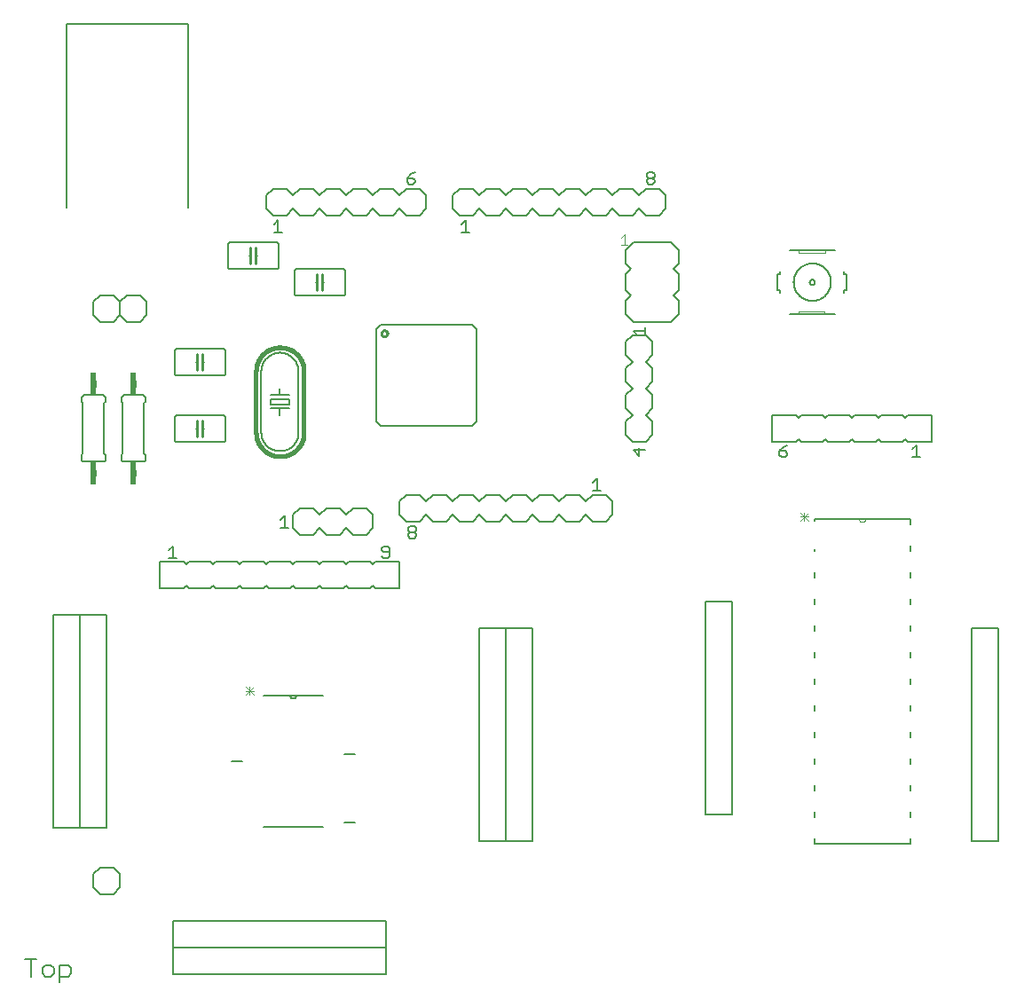
<source format=gto>
G75*
%MOIN*%
%OFA0B0*%
%FSLAX25Y25*%
%IPPOS*%
%LPD*%
%AMOC8*
5,1,8,0,0,1.08239X$1,22.5*
%
%ADD10C,0.00600*%
%ADD11C,0.00500*%
%ADD12C,0.01000*%
%ADD13C,0.00300*%
%ADD14C,0.01600*%
%ADD15C,0.02400*%
%ADD16R,0.02400X0.03400*%
%ADD17C,0.00200*%
%ADD18C,0.00800*%
%ADD19C,0.00000*%
D10*
X0013235Y0010900D02*
X0013235Y0017305D01*
X0011100Y0017305D02*
X0015370Y0017305D01*
X0017545Y0014103D02*
X0017545Y0011968D01*
X0018613Y0010900D01*
X0020748Y0010900D01*
X0021816Y0011968D01*
X0021816Y0014103D01*
X0020748Y0015170D01*
X0018613Y0015170D01*
X0017545Y0014103D01*
X0023991Y0015170D02*
X0023991Y0008765D01*
X0023991Y0010900D02*
X0027194Y0010900D01*
X0028261Y0011968D01*
X0028261Y0014103D01*
X0027194Y0015170D01*
X0023991Y0015170D01*
X0039300Y0041800D02*
X0044300Y0041800D01*
X0046800Y0044300D01*
X0046800Y0049300D01*
X0044300Y0051800D01*
X0039300Y0051800D01*
X0036800Y0049300D01*
X0036800Y0044300D01*
X0039300Y0041800D01*
X0088600Y0091700D02*
X0092600Y0091700D01*
X0100600Y0067000D02*
X0123000Y0067000D01*
X0131000Y0068800D02*
X0135000Y0068800D01*
X0134900Y0094400D02*
X0130900Y0094400D01*
X0123000Y0116600D02*
X0113000Y0116600D01*
X0110600Y0116600D01*
X0100600Y0116600D01*
X0110600Y0116600D02*
X0110602Y0116531D01*
X0110608Y0116463D01*
X0110618Y0116395D01*
X0110631Y0116328D01*
X0110649Y0116262D01*
X0110670Y0116197D01*
X0110695Y0116133D01*
X0110723Y0116071D01*
X0110755Y0116010D01*
X0110790Y0115951D01*
X0110829Y0115895D01*
X0110871Y0115840D01*
X0110916Y0115789D01*
X0110964Y0115739D01*
X0111014Y0115693D01*
X0111067Y0115650D01*
X0111123Y0115609D01*
X0111180Y0115572D01*
X0111240Y0115539D01*
X0111302Y0115508D01*
X0111365Y0115482D01*
X0111429Y0115459D01*
X0111495Y0115439D01*
X0111562Y0115424D01*
X0111629Y0115412D01*
X0111697Y0115404D01*
X0111766Y0115400D01*
X0111834Y0115400D01*
X0111903Y0115404D01*
X0111971Y0115412D01*
X0112038Y0115424D01*
X0112105Y0115439D01*
X0112171Y0115459D01*
X0112235Y0115482D01*
X0112298Y0115508D01*
X0112360Y0115539D01*
X0112420Y0115572D01*
X0112477Y0115609D01*
X0112533Y0115650D01*
X0112586Y0115693D01*
X0112636Y0115739D01*
X0112684Y0115789D01*
X0112729Y0115840D01*
X0112771Y0115895D01*
X0112810Y0115951D01*
X0112845Y0116010D01*
X0112877Y0116071D01*
X0112905Y0116133D01*
X0112930Y0116197D01*
X0112951Y0116262D01*
X0112969Y0116328D01*
X0112982Y0116395D01*
X0112992Y0116463D01*
X0112998Y0116531D01*
X0113000Y0116600D01*
X0112800Y0156800D02*
X0120800Y0156800D01*
X0121800Y0157800D01*
X0122800Y0156800D01*
X0130800Y0156800D01*
X0131800Y0157800D01*
X0132800Y0156800D01*
X0140800Y0156800D01*
X0141800Y0157800D01*
X0142800Y0156800D01*
X0151800Y0156800D01*
X0151800Y0166800D01*
X0142800Y0166800D01*
X0141800Y0165800D01*
X0140800Y0166800D01*
X0132800Y0166800D01*
X0131800Y0165800D01*
X0130800Y0166800D01*
X0122800Y0166800D01*
X0121800Y0165800D01*
X0120800Y0166800D01*
X0112800Y0166800D01*
X0111800Y0165800D01*
X0110800Y0166800D01*
X0102800Y0166800D01*
X0101800Y0165800D01*
X0100800Y0166800D01*
X0092800Y0166800D01*
X0091800Y0165800D01*
X0090800Y0166800D01*
X0082800Y0166800D01*
X0081800Y0165800D01*
X0080800Y0166800D01*
X0072800Y0166800D01*
X0071800Y0165800D01*
X0070800Y0166800D01*
X0061800Y0166800D01*
X0061800Y0156800D01*
X0070800Y0156800D01*
X0071800Y0157800D01*
X0072800Y0156800D01*
X0080800Y0156800D01*
X0081800Y0157800D01*
X0082800Y0156800D01*
X0090800Y0156800D01*
X0091800Y0157800D01*
X0092800Y0156800D01*
X0100800Y0156800D01*
X0101800Y0157800D01*
X0102800Y0156800D01*
X0110800Y0156800D01*
X0111800Y0157800D01*
X0112800Y0156800D01*
X0114300Y0176800D02*
X0119300Y0176800D01*
X0121800Y0179300D01*
X0124300Y0176800D01*
X0129300Y0176800D01*
X0131800Y0179300D01*
X0134300Y0176800D01*
X0139300Y0176800D01*
X0141800Y0179300D01*
X0141800Y0184300D01*
X0139300Y0186800D01*
X0134300Y0186800D01*
X0131800Y0184300D01*
X0129300Y0186800D01*
X0124300Y0186800D01*
X0121800Y0184300D01*
X0119300Y0186800D01*
X0114300Y0186800D01*
X0111800Y0184300D01*
X0111800Y0179300D01*
X0114300Y0176800D01*
X0151800Y0184300D02*
X0151800Y0189300D01*
X0154300Y0191800D01*
X0159300Y0191800D01*
X0161800Y0189300D01*
X0164300Y0191800D01*
X0169300Y0191800D01*
X0171800Y0189300D01*
X0174300Y0191800D01*
X0179300Y0191800D01*
X0181800Y0189300D01*
X0184300Y0191800D01*
X0189300Y0191800D01*
X0191800Y0189300D01*
X0194300Y0191800D01*
X0199300Y0191800D01*
X0201800Y0189300D01*
X0204300Y0191800D01*
X0209300Y0191800D01*
X0211800Y0189300D01*
X0214300Y0191800D01*
X0219300Y0191800D01*
X0221800Y0189300D01*
X0224300Y0191800D01*
X0229300Y0191800D01*
X0231800Y0189300D01*
X0231800Y0184300D01*
X0229300Y0181800D01*
X0224300Y0181800D01*
X0221800Y0184300D01*
X0219300Y0181800D01*
X0214300Y0181800D01*
X0211800Y0184300D01*
X0209300Y0181800D01*
X0204300Y0181800D01*
X0201800Y0184300D01*
X0199300Y0181800D01*
X0194300Y0181800D01*
X0191800Y0184300D01*
X0189300Y0181800D01*
X0184300Y0181800D01*
X0181800Y0184300D01*
X0179300Y0181800D01*
X0174300Y0181800D01*
X0171800Y0184300D01*
X0169300Y0181800D01*
X0164300Y0181800D01*
X0161800Y0184300D01*
X0159300Y0181800D01*
X0154300Y0181800D01*
X0151800Y0184300D01*
X0113800Y0215300D02*
X0113800Y0238300D01*
X0113798Y0238470D01*
X0113792Y0238641D01*
X0113781Y0238811D01*
X0113767Y0238981D01*
X0113748Y0239150D01*
X0113725Y0239319D01*
X0113699Y0239488D01*
X0113668Y0239655D01*
X0113633Y0239822D01*
X0113593Y0239988D01*
X0113550Y0240153D01*
X0113503Y0240317D01*
X0113452Y0240479D01*
X0113397Y0240641D01*
X0113338Y0240801D01*
X0113275Y0240959D01*
X0113209Y0241116D01*
X0113138Y0241271D01*
X0113064Y0241425D01*
X0112986Y0241576D01*
X0112904Y0241726D01*
X0112819Y0241874D01*
X0112730Y0242019D01*
X0112638Y0242162D01*
X0112542Y0242303D01*
X0112443Y0242442D01*
X0112340Y0242578D01*
X0112235Y0242712D01*
X0112126Y0242843D01*
X0112013Y0242971D01*
X0111898Y0243097D01*
X0111780Y0243220D01*
X0111659Y0243339D01*
X0111534Y0243456D01*
X0111407Y0243570D01*
X0111278Y0243681D01*
X0111145Y0243788D01*
X0111010Y0243892D01*
X0110873Y0243993D01*
X0110733Y0244091D01*
X0110591Y0244185D01*
X0110447Y0244275D01*
X0110300Y0244362D01*
X0110151Y0244446D01*
X0110001Y0244525D01*
X0109848Y0244601D01*
X0109694Y0244674D01*
X0109538Y0244742D01*
X0109380Y0244807D01*
X0109221Y0244868D01*
X0109060Y0244925D01*
X0108898Y0244978D01*
X0108735Y0245027D01*
X0108571Y0245072D01*
X0108405Y0245113D01*
X0108239Y0245151D01*
X0108071Y0245184D01*
X0107903Y0245212D01*
X0107735Y0245237D01*
X0107566Y0245258D01*
X0107396Y0245275D01*
X0107226Y0245287D01*
X0107056Y0245295D01*
X0106885Y0245299D01*
X0106715Y0245299D01*
X0106544Y0245295D01*
X0106374Y0245287D01*
X0106204Y0245275D01*
X0106034Y0245258D01*
X0105865Y0245237D01*
X0105697Y0245212D01*
X0105529Y0245184D01*
X0105361Y0245151D01*
X0105195Y0245113D01*
X0105029Y0245072D01*
X0104865Y0245027D01*
X0104702Y0244978D01*
X0104540Y0244925D01*
X0104379Y0244868D01*
X0104220Y0244807D01*
X0104062Y0244742D01*
X0103906Y0244674D01*
X0103752Y0244601D01*
X0103599Y0244525D01*
X0103449Y0244446D01*
X0103300Y0244362D01*
X0103153Y0244275D01*
X0103009Y0244185D01*
X0102867Y0244091D01*
X0102727Y0243993D01*
X0102590Y0243892D01*
X0102455Y0243788D01*
X0102322Y0243681D01*
X0102193Y0243570D01*
X0102066Y0243456D01*
X0101941Y0243339D01*
X0101820Y0243220D01*
X0101702Y0243097D01*
X0101587Y0242971D01*
X0101474Y0242843D01*
X0101365Y0242712D01*
X0101260Y0242578D01*
X0101157Y0242442D01*
X0101058Y0242303D01*
X0100962Y0242162D01*
X0100870Y0242019D01*
X0100781Y0241874D01*
X0100696Y0241726D01*
X0100614Y0241576D01*
X0100536Y0241425D01*
X0100462Y0241271D01*
X0100391Y0241116D01*
X0100325Y0240959D01*
X0100262Y0240801D01*
X0100203Y0240641D01*
X0100148Y0240479D01*
X0100097Y0240317D01*
X0100050Y0240153D01*
X0100007Y0239988D01*
X0099967Y0239822D01*
X0099932Y0239655D01*
X0099901Y0239488D01*
X0099875Y0239319D01*
X0099852Y0239150D01*
X0099833Y0238981D01*
X0099819Y0238811D01*
X0099808Y0238641D01*
X0099802Y0238470D01*
X0099800Y0238300D01*
X0099800Y0215300D01*
X0099802Y0215130D01*
X0099808Y0214959D01*
X0099819Y0214789D01*
X0099833Y0214619D01*
X0099852Y0214450D01*
X0099875Y0214281D01*
X0099901Y0214112D01*
X0099932Y0213945D01*
X0099967Y0213778D01*
X0100007Y0213612D01*
X0100050Y0213447D01*
X0100097Y0213283D01*
X0100148Y0213121D01*
X0100203Y0212959D01*
X0100262Y0212799D01*
X0100325Y0212641D01*
X0100391Y0212484D01*
X0100462Y0212329D01*
X0100536Y0212175D01*
X0100614Y0212024D01*
X0100696Y0211874D01*
X0100781Y0211726D01*
X0100870Y0211581D01*
X0100962Y0211438D01*
X0101058Y0211297D01*
X0101157Y0211158D01*
X0101260Y0211022D01*
X0101365Y0210888D01*
X0101474Y0210757D01*
X0101587Y0210629D01*
X0101702Y0210503D01*
X0101820Y0210380D01*
X0101941Y0210261D01*
X0102066Y0210144D01*
X0102193Y0210030D01*
X0102322Y0209919D01*
X0102455Y0209812D01*
X0102590Y0209708D01*
X0102727Y0209607D01*
X0102867Y0209509D01*
X0103009Y0209415D01*
X0103153Y0209325D01*
X0103300Y0209238D01*
X0103449Y0209154D01*
X0103599Y0209075D01*
X0103752Y0208999D01*
X0103906Y0208926D01*
X0104062Y0208858D01*
X0104220Y0208793D01*
X0104379Y0208732D01*
X0104540Y0208675D01*
X0104702Y0208622D01*
X0104865Y0208573D01*
X0105029Y0208528D01*
X0105195Y0208487D01*
X0105361Y0208449D01*
X0105529Y0208416D01*
X0105697Y0208388D01*
X0105865Y0208363D01*
X0106034Y0208342D01*
X0106204Y0208325D01*
X0106374Y0208313D01*
X0106544Y0208305D01*
X0106715Y0208301D01*
X0106885Y0208301D01*
X0107056Y0208305D01*
X0107226Y0208313D01*
X0107396Y0208325D01*
X0107566Y0208342D01*
X0107735Y0208363D01*
X0107903Y0208388D01*
X0108071Y0208416D01*
X0108239Y0208449D01*
X0108405Y0208487D01*
X0108571Y0208528D01*
X0108735Y0208573D01*
X0108898Y0208622D01*
X0109060Y0208675D01*
X0109221Y0208732D01*
X0109380Y0208793D01*
X0109538Y0208858D01*
X0109694Y0208926D01*
X0109848Y0208999D01*
X0110001Y0209075D01*
X0110151Y0209154D01*
X0110300Y0209238D01*
X0110447Y0209325D01*
X0110591Y0209415D01*
X0110733Y0209509D01*
X0110873Y0209607D01*
X0111010Y0209708D01*
X0111145Y0209812D01*
X0111278Y0209919D01*
X0111407Y0210030D01*
X0111534Y0210144D01*
X0111659Y0210261D01*
X0111780Y0210380D01*
X0111898Y0210503D01*
X0112013Y0210629D01*
X0112126Y0210757D01*
X0112235Y0210888D01*
X0112340Y0211022D01*
X0112443Y0211158D01*
X0112542Y0211297D01*
X0112638Y0211438D01*
X0112730Y0211581D01*
X0112819Y0211726D01*
X0112904Y0211874D01*
X0112986Y0212024D01*
X0113064Y0212175D01*
X0113138Y0212329D01*
X0113209Y0212484D01*
X0113275Y0212641D01*
X0113338Y0212799D01*
X0113397Y0212959D01*
X0113452Y0213121D01*
X0113503Y0213283D01*
X0113550Y0213447D01*
X0113593Y0213612D01*
X0113633Y0213778D01*
X0113668Y0213945D01*
X0113699Y0214112D01*
X0113725Y0214281D01*
X0113748Y0214450D01*
X0113767Y0214619D01*
X0113781Y0214789D01*
X0113792Y0214959D01*
X0113798Y0215130D01*
X0113800Y0215300D01*
X0106800Y0221800D02*
X0106800Y0224300D01*
X0110300Y0224300D01*
X0110300Y0225800D02*
X0103300Y0225800D01*
X0103300Y0227800D01*
X0110300Y0227800D01*
X0110300Y0225800D01*
X0110300Y0229300D02*
X0106800Y0229300D01*
X0106800Y0231800D01*
X0106800Y0229300D02*
X0103300Y0229300D01*
X0103300Y0224300D02*
X0106800Y0224300D01*
X0086300Y0220800D02*
X0086300Y0212800D01*
X0086298Y0212740D01*
X0086293Y0212679D01*
X0086284Y0212620D01*
X0086271Y0212561D01*
X0086255Y0212502D01*
X0086235Y0212445D01*
X0086212Y0212390D01*
X0086185Y0212335D01*
X0086156Y0212283D01*
X0086123Y0212232D01*
X0086087Y0212183D01*
X0086049Y0212137D01*
X0086007Y0212093D01*
X0085963Y0212051D01*
X0085917Y0212013D01*
X0085868Y0211977D01*
X0085817Y0211944D01*
X0085765Y0211915D01*
X0085710Y0211888D01*
X0085655Y0211865D01*
X0085598Y0211845D01*
X0085539Y0211829D01*
X0085480Y0211816D01*
X0085421Y0211807D01*
X0085360Y0211802D01*
X0085300Y0211800D01*
X0068300Y0211800D01*
X0068240Y0211802D01*
X0068179Y0211807D01*
X0068120Y0211816D01*
X0068061Y0211829D01*
X0068002Y0211845D01*
X0067945Y0211865D01*
X0067890Y0211888D01*
X0067835Y0211915D01*
X0067783Y0211944D01*
X0067732Y0211977D01*
X0067683Y0212013D01*
X0067637Y0212051D01*
X0067593Y0212093D01*
X0067551Y0212137D01*
X0067513Y0212183D01*
X0067477Y0212232D01*
X0067444Y0212283D01*
X0067415Y0212335D01*
X0067388Y0212390D01*
X0067365Y0212445D01*
X0067345Y0212502D01*
X0067329Y0212561D01*
X0067316Y0212620D01*
X0067307Y0212679D01*
X0067302Y0212740D01*
X0067300Y0212800D01*
X0067300Y0220800D01*
X0067302Y0220860D01*
X0067307Y0220921D01*
X0067316Y0220980D01*
X0067329Y0221039D01*
X0067345Y0221098D01*
X0067365Y0221155D01*
X0067388Y0221210D01*
X0067415Y0221265D01*
X0067444Y0221317D01*
X0067477Y0221368D01*
X0067513Y0221417D01*
X0067551Y0221463D01*
X0067593Y0221507D01*
X0067637Y0221549D01*
X0067683Y0221587D01*
X0067732Y0221623D01*
X0067783Y0221656D01*
X0067835Y0221685D01*
X0067890Y0221712D01*
X0067945Y0221735D01*
X0068002Y0221755D01*
X0068061Y0221771D01*
X0068120Y0221784D01*
X0068179Y0221793D01*
X0068240Y0221798D01*
X0068300Y0221800D01*
X0085300Y0221800D01*
X0085360Y0221798D01*
X0085421Y0221793D01*
X0085480Y0221784D01*
X0085539Y0221771D01*
X0085598Y0221755D01*
X0085655Y0221735D01*
X0085710Y0221712D01*
X0085765Y0221685D01*
X0085817Y0221656D01*
X0085868Y0221623D01*
X0085917Y0221587D01*
X0085963Y0221549D01*
X0086007Y0221507D01*
X0086049Y0221463D01*
X0086087Y0221417D01*
X0086123Y0221368D01*
X0086156Y0221317D01*
X0086185Y0221265D01*
X0086212Y0221210D01*
X0086235Y0221155D01*
X0086255Y0221098D01*
X0086271Y0221039D01*
X0086284Y0220980D01*
X0086293Y0220921D01*
X0086298Y0220860D01*
X0086300Y0220800D01*
X0078300Y0216800D02*
X0077800Y0216800D01*
X0075800Y0216800D02*
X0075300Y0216800D01*
X0056300Y0206800D02*
X0056300Y0205300D01*
X0056298Y0205240D01*
X0056293Y0205179D01*
X0056284Y0205120D01*
X0056271Y0205061D01*
X0056255Y0205002D01*
X0056235Y0204945D01*
X0056212Y0204890D01*
X0056185Y0204835D01*
X0056156Y0204783D01*
X0056123Y0204732D01*
X0056087Y0204683D01*
X0056049Y0204637D01*
X0056007Y0204593D01*
X0055963Y0204551D01*
X0055917Y0204513D01*
X0055868Y0204477D01*
X0055817Y0204444D01*
X0055765Y0204415D01*
X0055710Y0204388D01*
X0055655Y0204365D01*
X0055598Y0204345D01*
X0055539Y0204329D01*
X0055480Y0204316D01*
X0055421Y0204307D01*
X0055360Y0204302D01*
X0055300Y0204300D01*
X0048300Y0204300D01*
X0048240Y0204302D01*
X0048179Y0204307D01*
X0048120Y0204316D01*
X0048061Y0204329D01*
X0048002Y0204345D01*
X0047945Y0204365D01*
X0047890Y0204388D01*
X0047835Y0204415D01*
X0047783Y0204444D01*
X0047732Y0204477D01*
X0047683Y0204513D01*
X0047637Y0204551D01*
X0047593Y0204593D01*
X0047551Y0204637D01*
X0047513Y0204683D01*
X0047477Y0204732D01*
X0047444Y0204783D01*
X0047415Y0204835D01*
X0047388Y0204890D01*
X0047365Y0204945D01*
X0047345Y0205002D01*
X0047329Y0205061D01*
X0047316Y0205120D01*
X0047307Y0205179D01*
X0047302Y0205240D01*
X0047300Y0205300D01*
X0047300Y0206800D01*
X0047800Y0207300D01*
X0047800Y0226300D01*
X0047300Y0226800D01*
X0047300Y0228300D01*
X0047302Y0228360D01*
X0047307Y0228421D01*
X0047316Y0228480D01*
X0047329Y0228539D01*
X0047345Y0228598D01*
X0047365Y0228655D01*
X0047388Y0228710D01*
X0047415Y0228765D01*
X0047444Y0228817D01*
X0047477Y0228868D01*
X0047513Y0228917D01*
X0047551Y0228963D01*
X0047593Y0229007D01*
X0047637Y0229049D01*
X0047683Y0229087D01*
X0047732Y0229123D01*
X0047783Y0229156D01*
X0047835Y0229185D01*
X0047890Y0229212D01*
X0047945Y0229235D01*
X0048002Y0229255D01*
X0048061Y0229271D01*
X0048120Y0229284D01*
X0048179Y0229293D01*
X0048240Y0229298D01*
X0048300Y0229300D01*
X0055300Y0229300D01*
X0055360Y0229298D01*
X0055421Y0229293D01*
X0055480Y0229284D01*
X0055539Y0229271D01*
X0055598Y0229255D01*
X0055655Y0229235D01*
X0055710Y0229212D01*
X0055765Y0229185D01*
X0055817Y0229156D01*
X0055868Y0229123D01*
X0055917Y0229087D01*
X0055963Y0229049D01*
X0056007Y0229007D01*
X0056049Y0228963D01*
X0056087Y0228917D01*
X0056123Y0228868D01*
X0056156Y0228817D01*
X0056185Y0228765D01*
X0056212Y0228710D01*
X0056235Y0228655D01*
X0056255Y0228598D01*
X0056271Y0228539D01*
X0056284Y0228480D01*
X0056293Y0228421D01*
X0056298Y0228360D01*
X0056300Y0228300D01*
X0056300Y0226800D01*
X0055800Y0226300D01*
X0055800Y0207300D01*
X0056300Y0206800D01*
X0041300Y0206800D02*
X0040800Y0207300D01*
X0040800Y0226300D01*
X0041300Y0226800D01*
X0041300Y0228300D01*
X0041298Y0228360D01*
X0041293Y0228421D01*
X0041284Y0228480D01*
X0041271Y0228539D01*
X0041255Y0228598D01*
X0041235Y0228655D01*
X0041212Y0228710D01*
X0041185Y0228765D01*
X0041156Y0228817D01*
X0041123Y0228868D01*
X0041087Y0228917D01*
X0041049Y0228963D01*
X0041007Y0229007D01*
X0040963Y0229049D01*
X0040917Y0229087D01*
X0040868Y0229123D01*
X0040817Y0229156D01*
X0040765Y0229185D01*
X0040710Y0229212D01*
X0040655Y0229235D01*
X0040598Y0229255D01*
X0040539Y0229271D01*
X0040480Y0229284D01*
X0040421Y0229293D01*
X0040360Y0229298D01*
X0040300Y0229300D01*
X0033300Y0229300D01*
X0033240Y0229298D01*
X0033179Y0229293D01*
X0033120Y0229284D01*
X0033061Y0229271D01*
X0033002Y0229255D01*
X0032945Y0229235D01*
X0032890Y0229212D01*
X0032835Y0229185D01*
X0032783Y0229156D01*
X0032732Y0229123D01*
X0032683Y0229087D01*
X0032637Y0229049D01*
X0032593Y0229007D01*
X0032551Y0228963D01*
X0032513Y0228917D01*
X0032477Y0228868D01*
X0032444Y0228817D01*
X0032415Y0228765D01*
X0032388Y0228710D01*
X0032365Y0228655D01*
X0032345Y0228598D01*
X0032329Y0228539D01*
X0032316Y0228480D01*
X0032307Y0228421D01*
X0032302Y0228360D01*
X0032300Y0228300D01*
X0032300Y0226800D01*
X0032800Y0226300D01*
X0032800Y0207300D01*
X0032300Y0206800D01*
X0032300Y0205300D01*
X0032302Y0205240D01*
X0032307Y0205179D01*
X0032316Y0205120D01*
X0032329Y0205061D01*
X0032345Y0205002D01*
X0032365Y0204945D01*
X0032388Y0204890D01*
X0032415Y0204835D01*
X0032444Y0204783D01*
X0032477Y0204732D01*
X0032513Y0204683D01*
X0032551Y0204637D01*
X0032593Y0204593D01*
X0032637Y0204551D01*
X0032683Y0204513D01*
X0032732Y0204477D01*
X0032783Y0204444D01*
X0032835Y0204415D01*
X0032890Y0204388D01*
X0032945Y0204365D01*
X0033002Y0204345D01*
X0033061Y0204329D01*
X0033120Y0204316D01*
X0033179Y0204307D01*
X0033240Y0204302D01*
X0033300Y0204300D01*
X0040300Y0204300D01*
X0040360Y0204302D01*
X0040421Y0204307D01*
X0040480Y0204316D01*
X0040539Y0204329D01*
X0040598Y0204345D01*
X0040655Y0204365D01*
X0040710Y0204388D01*
X0040765Y0204415D01*
X0040817Y0204444D01*
X0040868Y0204477D01*
X0040917Y0204513D01*
X0040963Y0204551D01*
X0041007Y0204593D01*
X0041049Y0204637D01*
X0041087Y0204683D01*
X0041123Y0204732D01*
X0041156Y0204783D01*
X0041185Y0204835D01*
X0041212Y0204890D01*
X0041235Y0204945D01*
X0041255Y0205002D01*
X0041271Y0205061D01*
X0041284Y0205120D01*
X0041293Y0205179D01*
X0041298Y0205240D01*
X0041300Y0205300D01*
X0041300Y0206800D01*
X0068300Y0236800D02*
X0085300Y0236800D01*
X0085360Y0236802D01*
X0085421Y0236807D01*
X0085480Y0236816D01*
X0085539Y0236829D01*
X0085598Y0236845D01*
X0085655Y0236865D01*
X0085710Y0236888D01*
X0085765Y0236915D01*
X0085817Y0236944D01*
X0085868Y0236977D01*
X0085917Y0237013D01*
X0085963Y0237051D01*
X0086007Y0237093D01*
X0086049Y0237137D01*
X0086087Y0237183D01*
X0086123Y0237232D01*
X0086156Y0237283D01*
X0086185Y0237335D01*
X0086212Y0237390D01*
X0086235Y0237445D01*
X0086255Y0237502D01*
X0086271Y0237561D01*
X0086284Y0237620D01*
X0086293Y0237679D01*
X0086298Y0237740D01*
X0086300Y0237800D01*
X0086300Y0245800D01*
X0086298Y0245860D01*
X0086293Y0245921D01*
X0086284Y0245980D01*
X0086271Y0246039D01*
X0086255Y0246098D01*
X0086235Y0246155D01*
X0086212Y0246210D01*
X0086185Y0246265D01*
X0086156Y0246317D01*
X0086123Y0246368D01*
X0086087Y0246417D01*
X0086049Y0246463D01*
X0086007Y0246507D01*
X0085963Y0246549D01*
X0085917Y0246587D01*
X0085868Y0246623D01*
X0085817Y0246656D01*
X0085765Y0246685D01*
X0085710Y0246712D01*
X0085655Y0246735D01*
X0085598Y0246755D01*
X0085539Y0246771D01*
X0085480Y0246784D01*
X0085421Y0246793D01*
X0085360Y0246798D01*
X0085300Y0246800D01*
X0068300Y0246800D01*
X0068240Y0246798D01*
X0068179Y0246793D01*
X0068120Y0246784D01*
X0068061Y0246771D01*
X0068002Y0246755D01*
X0067945Y0246735D01*
X0067890Y0246712D01*
X0067835Y0246685D01*
X0067783Y0246656D01*
X0067732Y0246623D01*
X0067683Y0246587D01*
X0067637Y0246549D01*
X0067593Y0246507D01*
X0067551Y0246463D01*
X0067513Y0246417D01*
X0067477Y0246368D01*
X0067444Y0246317D01*
X0067415Y0246265D01*
X0067388Y0246210D01*
X0067365Y0246155D01*
X0067345Y0246098D01*
X0067329Y0246039D01*
X0067316Y0245980D01*
X0067307Y0245921D01*
X0067302Y0245860D01*
X0067300Y0245800D01*
X0067300Y0237800D01*
X0067302Y0237740D01*
X0067307Y0237679D01*
X0067316Y0237620D01*
X0067329Y0237561D01*
X0067345Y0237502D01*
X0067365Y0237445D01*
X0067388Y0237390D01*
X0067415Y0237335D01*
X0067444Y0237283D01*
X0067477Y0237232D01*
X0067513Y0237183D01*
X0067551Y0237137D01*
X0067593Y0237093D01*
X0067637Y0237051D01*
X0067683Y0237013D01*
X0067732Y0236977D01*
X0067783Y0236944D01*
X0067835Y0236915D01*
X0067890Y0236888D01*
X0067945Y0236865D01*
X0068002Y0236845D01*
X0068061Y0236829D01*
X0068120Y0236816D01*
X0068179Y0236807D01*
X0068240Y0236802D01*
X0068300Y0236800D01*
X0075300Y0241800D02*
X0075800Y0241800D01*
X0077800Y0241800D02*
X0078300Y0241800D01*
X0056800Y0259300D02*
X0054300Y0256800D01*
X0049300Y0256800D01*
X0046800Y0259300D01*
X0044300Y0256800D01*
X0039300Y0256800D01*
X0036800Y0259300D01*
X0036800Y0264300D01*
X0039300Y0266800D01*
X0044300Y0266800D01*
X0046800Y0264300D01*
X0049300Y0266800D01*
X0054300Y0266800D01*
X0056800Y0264300D01*
X0056800Y0259300D01*
X0046800Y0259300D02*
X0046800Y0264300D01*
X0087300Y0277800D02*
X0087300Y0285800D01*
X0087302Y0285860D01*
X0087307Y0285921D01*
X0087316Y0285980D01*
X0087329Y0286039D01*
X0087345Y0286098D01*
X0087365Y0286155D01*
X0087388Y0286210D01*
X0087415Y0286265D01*
X0087444Y0286317D01*
X0087477Y0286368D01*
X0087513Y0286417D01*
X0087551Y0286463D01*
X0087593Y0286507D01*
X0087637Y0286549D01*
X0087683Y0286587D01*
X0087732Y0286623D01*
X0087783Y0286656D01*
X0087835Y0286685D01*
X0087890Y0286712D01*
X0087945Y0286735D01*
X0088002Y0286755D01*
X0088061Y0286771D01*
X0088120Y0286784D01*
X0088179Y0286793D01*
X0088240Y0286798D01*
X0088300Y0286800D01*
X0105300Y0286800D01*
X0105360Y0286798D01*
X0105421Y0286793D01*
X0105480Y0286784D01*
X0105539Y0286771D01*
X0105598Y0286755D01*
X0105655Y0286735D01*
X0105710Y0286712D01*
X0105765Y0286685D01*
X0105817Y0286656D01*
X0105868Y0286623D01*
X0105917Y0286587D01*
X0105963Y0286549D01*
X0106007Y0286507D01*
X0106049Y0286463D01*
X0106087Y0286417D01*
X0106123Y0286368D01*
X0106156Y0286317D01*
X0106185Y0286265D01*
X0106212Y0286210D01*
X0106235Y0286155D01*
X0106255Y0286098D01*
X0106271Y0286039D01*
X0106284Y0285980D01*
X0106293Y0285921D01*
X0106298Y0285860D01*
X0106300Y0285800D01*
X0106300Y0277800D01*
X0106298Y0277740D01*
X0106293Y0277679D01*
X0106284Y0277620D01*
X0106271Y0277561D01*
X0106255Y0277502D01*
X0106235Y0277445D01*
X0106212Y0277390D01*
X0106185Y0277335D01*
X0106156Y0277283D01*
X0106123Y0277232D01*
X0106087Y0277183D01*
X0106049Y0277137D01*
X0106007Y0277093D01*
X0105963Y0277051D01*
X0105917Y0277013D01*
X0105868Y0276977D01*
X0105817Y0276944D01*
X0105765Y0276915D01*
X0105710Y0276888D01*
X0105655Y0276865D01*
X0105598Y0276845D01*
X0105539Y0276829D01*
X0105480Y0276816D01*
X0105421Y0276807D01*
X0105360Y0276802D01*
X0105300Y0276800D01*
X0088300Y0276800D01*
X0088240Y0276802D01*
X0088179Y0276807D01*
X0088120Y0276816D01*
X0088061Y0276829D01*
X0088002Y0276845D01*
X0087945Y0276865D01*
X0087890Y0276888D01*
X0087835Y0276915D01*
X0087783Y0276944D01*
X0087732Y0276977D01*
X0087683Y0277013D01*
X0087637Y0277051D01*
X0087593Y0277093D01*
X0087551Y0277137D01*
X0087513Y0277183D01*
X0087477Y0277232D01*
X0087444Y0277283D01*
X0087415Y0277335D01*
X0087388Y0277390D01*
X0087365Y0277445D01*
X0087345Y0277502D01*
X0087329Y0277561D01*
X0087316Y0277620D01*
X0087307Y0277679D01*
X0087302Y0277740D01*
X0087300Y0277800D01*
X0095300Y0281800D02*
X0095800Y0281800D01*
X0097800Y0281800D02*
X0098300Y0281800D01*
X0112300Y0275800D02*
X0112300Y0267800D01*
X0112302Y0267740D01*
X0112307Y0267679D01*
X0112316Y0267620D01*
X0112329Y0267561D01*
X0112345Y0267502D01*
X0112365Y0267445D01*
X0112388Y0267390D01*
X0112415Y0267335D01*
X0112444Y0267283D01*
X0112477Y0267232D01*
X0112513Y0267183D01*
X0112551Y0267137D01*
X0112593Y0267093D01*
X0112637Y0267051D01*
X0112683Y0267013D01*
X0112732Y0266977D01*
X0112783Y0266944D01*
X0112835Y0266915D01*
X0112890Y0266888D01*
X0112945Y0266865D01*
X0113002Y0266845D01*
X0113061Y0266829D01*
X0113120Y0266816D01*
X0113179Y0266807D01*
X0113240Y0266802D01*
X0113300Y0266800D01*
X0130300Y0266800D01*
X0130360Y0266802D01*
X0130421Y0266807D01*
X0130480Y0266816D01*
X0130539Y0266829D01*
X0130598Y0266845D01*
X0130655Y0266865D01*
X0130710Y0266888D01*
X0130765Y0266915D01*
X0130817Y0266944D01*
X0130868Y0266977D01*
X0130917Y0267013D01*
X0130963Y0267051D01*
X0131007Y0267093D01*
X0131049Y0267137D01*
X0131087Y0267183D01*
X0131123Y0267232D01*
X0131156Y0267283D01*
X0131185Y0267335D01*
X0131212Y0267390D01*
X0131235Y0267445D01*
X0131255Y0267502D01*
X0131271Y0267561D01*
X0131284Y0267620D01*
X0131293Y0267679D01*
X0131298Y0267740D01*
X0131300Y0267800D01*
X0131300Y0275800D01*
X0131298Y0275860D01*
X0131293Y0275921D01*
X0131284Y0275980D01*
X0131271Y0276039D01*
X0131255Y0276098D01*
X0131235Y0276155D01*
X0131212Y0276210D01*
X0131185Y0276265D01*
X0131156Y0276317D01*
X0131123Y0276368D01*
X0131087Y0276417D01*
X0131049Y0276463D01*
X0131007Y0276507D01*
X0130963Y0276549D01*
X0130917Y0276587D01*
X0130868Y0276623D01*
X0130817Y0276656D01*
X0130765Y0276685D01*
X0130710Y0276712D01*
X0130655Y0276735D01*
X0130598Y0276755D01*
X0130539Y0276771D01*
X0130480Y0276784D01*
X0130421Y0276793D01*
X0130360Y0276798D01*
X0130300Y0276800D01*
X0113300Y0276800D01*
X0113240Y0276798D01*
X0113179Y0276793D01*
X0113120Y0276784D01*
X0113061Y0276771D01*
X0113002Y0276755D01*
X0112945Y0276735D01*
X0112890Y0276712D01*
X0112835Y0276685D01*
X0112783Y0276656D01*
X0112732Y0276623D01*
X0112683Y0276587D01*
X0112637Y0276549D01*
X0112593Y0276507D01*
X0112551Y0276463D01*
X0112513Y0276417D01*
X0112477Y0276368D01*
X0112444Y0276317D01*
X0112415Y0276265D01*
X0112388Y0276210D01*
X0112365Y0276155D01*
X0112345Y0276098D01*
X0112329Y0276039D01*
X0112316Y0275980D01*
X0112307Y0275921D01*
X0112302Y0275860D01*
X0112300Y0275800D01*
X0120300Y0271800D02*
X0120800Y0271800D01*
X0122800Y0271800D02*
X0123300Y0271800D01*
X0124300Y0296800D02*
X0121800Y0299300D01*
X0119300Y0296800D01*
X0114300Y0296800D01*
X0111800Y0299300D01*
X0109300Y0296800D01*
X0104300Y0296800D01*
X0101800Y0299300D01*
X0101800Y0304300D01*
X0104300Y0306800D01*
X0109300Y0306800D01*
X0111800Y0304300D01*
X0114300Y0306800D01*
X0119300Y0306800D01*
X0121800Y0304300D01*
X0124300Y0306800D01*
X0129300Y0306800D01*
X0131800Y0304300D01*
X0134300Y0306800D01*
X0139300Y0306800D01*
X0141800Y0304300D01*
X0144300Y0306800D01*
X0149300Y0306800D01*
X0151800Y0304300D01*
X0154300Y0306800D01*
X0159300Y0306800D01*
X0161800Y0304300D01*
X0161800Y0299300D01*
X0159300Y0296800D01*
X0154300Y0296800D01*
X0151800Y0299300D01*
X0149300Y0296800D01*
X0144300Y0296800D01*
X0141800Y0299300D01*
X0139300Y0296800D01*
X0134300Y0296800D01*
X0131800Y0299300D01*
X0129300Y0296800D01*
X0124300Y0296800D01*
X0171800Y0299300D02*
X0174300Y0296800D01*
X0179300Y0296800D01*
X0181800Y0299300D01*
X0184300Y0296800D01*
X0189300Y0296800D01*
X0191800Y0299300D01*
X0194300Y0296800D01*
X0199300Y0296800D01*
X0201800Y0299300D01*
X0204300Y0296800D01*
X0209300Y0296800D01*
X0211800Y0299300D01*
X0214300Y0296800D01*
X0219300Y0296800D01*
X0221800Y0299300D01*
X0224300Y0296800D01*
X0229300Y0296800D01*
X0231800Y0299300D01*
X0234300Y0296800D01*
X0239300Y0296800D01*
X0241800Y0299300D01*
X0244300Y0296800D01*
X0249300Y0296800D01*
X0251800Y0299300D01*
X0251800Y0304300D01*
X0249300Y0306800D01*
X0244300Y0306800D01*
X0241800Y0304300D01*
X0239300Y0306800D01*
X0234300Y0306800D01*
X0231800Y0304300D01*
X0229300Y0306800D01*
X0224300Y0306800D01*
X0221800Y0304300D01*
X0219300Y0306800D01*
X0214300Y0306800D01*
X0211800Y0304300D01*
X0209300Y0306800D01*
X0204300Y0306800D01*
X0201800Y0304300D01*
X0199300Y0306800D01*
X0194300Y0306800D01*
X0191800Y0304300D01*
X0189300Y0306800D01*
X0184300Y0306800D01*
X0181800Y0304300D01*
X0179300Y0306800D01*
X0174300Y0306800D01*
X0171800Y0304300D01*
X0171800Y0299300D01*
X0236800Y0249300D02*
X0236800Y0244300D01*
X0239300Y0241800D01*
X0236800Y0239300D01*
X0236800Y0234300D01*
X0239300Y0231800D01*
X0236800Y0229300D01*
X0236800Y0224300D01*
X0239300Y0221800D01*
X0236800Y0219300D01*
X0236800Y0214300D01*
X0239300Y0211800D01*
X0244300Y0211800D01*
X0246800Y0214300D01*
X0246800Y0219300D01*
X0244300Y0221800D01*
X0246800Y0224300D01*
X0246800Y0229300D01*
X0244300Y0231800D01*
X0246800Y0234300D01*
X0246800Y0239300D01*
X0244300Y0241800D01*
X0246800Y0244300D01*
X0246800Y0249300D01*
X0244300Y0251800D01*
X0239300Y0251800D01*
X0236800Y0249300D01*
X0293800Y0268800D02*
X0294800Y0268800D01*
X0294800Y0267800D01*
X0293800Y0268800D02*
X0293800Y0274800D01*
X0294800Y0274800D01*
X0294800Y0275800D01*
X0298300Y0283800D02*
X0301800Y0283800D01*
X0311800Y0283800D01*
X0315300Y0283800D01*
X0318800Y0275800D02*
X0318800Y0274800D01*
X0319800Y0274800D01*
X0319800Y0268800D01*
X0318800Y0268800D01*
X0318800Y0267800D01*
X0315300Y0259800D02*
X0311300Y0259800D01*
X0301800Y0259800D01*
X0298300Y0259800D01*
X0305800Y0271800D02*
X0305802Y0271863D01*
X0305808Y0271925D01*
X0305818Y0271987D01*
X0305831Y0272049D01*
X0305849Y0272109D01*
X0305870Y0272168D01*
X0305895Y0272226D01*
X0305924Y0272282D01*
X0305956Y0272336D01*
X0305991Y0272388D01*
X0306029Y0272437D01*
X0306071Y0272485D01*
X0306115Y0272529D01*
X0306163Y0272571D01*
X0306212Y0272609D01*
X0306264Y0272644D01*
X0306318Y0272676D01*
X0306374Y0272705D01*
X0306432Y0272730D01*
X0306491Y0272751D01*
X0306551Y0272769D01*
X0306613Y0272782D01*
X0306675Y0272792D01*
X0306737Y0272798D01*
X0306800Y0272800D01*
X0306863Y0272798D01*
X0306925Y0272792D01*
X0306987Y0272782D01*
X0307049Y0272769D01*
X0307109Y0272751D01*
X0307168Y0272730D01*
X0307226Y0272705D01*
X0307282Y0272676D01*
X0307336Y0272644D01*
X0307388Y0272609D01*
X0307437Y0272571D01*
X0307485Y0272529D01*
X0307529Y0272485D01*
X0307571Y0272437D01*
X0307609Y0272388D01*
X0307644Y0272336D01*
X0307676Y0272282D01*
X0307705Y0272226D01*
X0307730Y0272168D01*
X0307751Y0272109D01*
X0307769Y0272049D01*
X0307782Y0271987D01*
X0307792Y0271925D01*
X0307798Y0271863D01*
X0307800Y0271800D01*
X0307798Y0271737D01*
X0307792Y0271675D01*
X0307782Y0271613D01*
X0307769Y0271551D01*
X0307751Y0271491D01*
X0307730Y0271432D01*
X0307705Y0271374D01*
X0307676Y0271318D01*
X0307644Y0271264D01*
X0307609Y0271212D01*
X0307571Y0271163D01*
X0307529Y0271115D01*
X0307485Y0271071D01*
X0307437Y0271029D01*
X0307388Y0270991D01*
X0307336Y0270956D01*
X0307282Y0270924D01*
X0307226Y0270895D01*
X0307168Y0270870D01*
X0307109Y0270849D01*
X0307049Y0270831D01*
X0306987Y0270818D01*
X0306925Y0270808D01*
X0306863Y0270802D01*
X0306800Y0270800D01*
X0306737Y0270802D01*
X0306675Y0270808D01*
X0306613Y0270818D01*
X0306551Y0270831D01*
X0306491Y0270849D01*
X0306432Y0270870D01*
X0306374Y0270895D01*
X0306318Y0270924D01*
X0306264Y0270956D01*
X0306212Y0270991D01*
X0306163Y0271029D01*
X0306115Y0271071D01*
X0306071Y0271115D01*
X0306029Y0271163D01*
X0305991Y0271212D01*
X0305956Y0271264D01*
X0305924Y0271318D01*
X0305895Y0271374D01*
X0305870Y0271432D01*
X0305849Y0271491D01*
X0305831Y0271551D01*
X0305818Y0271613D01*
X0305808Y0271675D01*
X0305802Y0271737D01*
X0305800Y0271800D01*
X0299800Y0271800D02*
X0299802Y0271972D01*
X0299808Y0272143D01*
X0299819Y0272315D01*
X0299834Y0272486D01*
X0299853Y0272657D01*
X0299876Y0272827D01*
X0299903Y0272997D01*
X0299935Y0273166D01*
X0299970Y0273334D01*
X0300010Y0273501D01*
X0300054Y0273667D01*
X0300101Y0273832D01*
X0300153Y0273996D01*
X0300209Y0274158D01*
X0300269Y0274319D01*
X0300333Y0274479D01*
X0300401Y0274637D01*
X0300472Y0274793D01*
X0300547Y0274947D01*
X0300627Y0275100D01*
X0300709Y0275250D01*
X0300796Y0275399D01*
X0300886Y0275545D01*
X0300980Y0275689D01*
X0301077Y0275831D01*
X0301178Y0275970D01*
X0301282Y0276107D01*
X0301389Y0276241D01*
X0301500Y0276372D01*
X0301613Y0276501D01*
X0301730Y0276627D01*
X0301850Y0276750D01*
X0301973Y0276870D01*
X0302099Y0276987D01*
X0302228Y0277100D01*
X0302359Y0277211D01*
X0302493Y0277318D01*
X0302630Y0277422D01*
X0302769Y0277523D01*
X0302911Y0277620D01*
X0303055Y0277714D01*
X0303201Y0277804D01*
X0303350Y0277891D01*
X0303500Y0277973D01*
X0303653Y0278053D01*
X0303807Y0278128D01*
X0303963Y0278199D01*
X0304121Y0278267D01*
X0304281Y0278331D01*
X0304442Y0278391D01*
X0304604Y0278447D01*
X0304768Y0278499D01*
X0304933Y0278546D01*
X0305099Y0278590D01*
X0305266Y0278630D01*
X0305434Y0278665D01*
X0305603Y0278697D01*
X0305773Y0278724D01*
X0305943Y0278747D01*
X0306114Y0278766D01*
X0306285Y0278781D01*
X0306457Y0278792D01*
X0306628Y0278798D01*
X0306800Y0278800D01*
X0306972Y0278798D01*
X0307143Y0278792D01*
X0307315Y0278781D01*
X0307486Y0278766D01*
X0307657Y0278747D01*
X0307827Y0278724D01*
X0307997Y0278697D01*
X0308166Y0278665D01*
X0308334Y0278630D01*
X0308501Y0278590D01*
X0308667Y0278546D01*
X0308832Y0278499D01*
X0308996Y0278447D01*
X0309158Y0278391D01*
X0309319Y0278331D01*
X0309479Y0278267D01*
X0309637Y0278199D01*
X0309793Y0278128D01*
X0309947Y0278053D01*
X0310100Y0277973D01*
X0310250Y0277891D01*
X0310399Y0277804D01*
X0310545Y0277714D01*
X0310689Y0277620D01*
X0310831Y0277523D01*
X0310970Y0277422D01*
X0311107Y0277318D01*
X0311241Y0277211D01*
X0311372Y0277100D01*
X0311501Y0276987D01*
X0311627Y0276870D01*
X0311750Y0276750D01*
X0311870Y0276627D01*
X0311987Y0276501D01*
X0312100Y0276372D01*
X0312211Y0276241D01*
X0312318Y0276107D01*
X0312422Y0275970D01*
X0312523Y0275831D01*
X0312620Y0275689D01*
X0312714Y0275545D01*
X0312804Y0275399D01*
X0312891Y0275250D01*
X0312973Y0275100D01*
X0313053Y0274947D01*
X0313128Y0274793D01*
X0313199Y0274637D01*
X0313267Y0274479D01*
X0313331Y0274319D01*
X0313391Y0274158D01*
X0313447Y0273996D01*
X0313499Y0273832D01*
X0313546Y0273667D01*
X0313590Y0273501D01*
X0313630Y0273334D01*
X0313665Y0273166D01*
X0313697Y0272997D01*
X0313724Y0272827D01*
X0313747Y0272657D01*
X0313766Y0272486D01*
X0313781Y0272315D01*
X0313792Y0272143D01*
X0313798Y0271972D01*
X0313800Y0271800D01*
X0313798Y0271628D01*
X0313792Y0271457D01*
X0313781Y0271285D01*
X0313766Y0271114D01*
X0313747Y0270943D01*
X0313724Y0270773D01*
X0313697Y0270603D01*
X0313665Y0270434D01*
X0313630Y0270266D01*
X0313590Y0270099D01*
X0313546Y0269933D01*
X0313499Y0269768D01*
X0313447Y0269604D01*
X0313391Y0269442D01*
X0313331Y0269281D01*
X0313267Y0269121D01*
X0313199Y0268963D01*
X0313128Y0268807D01*
X0313053Y0268653D01*
X0312973Y0268500D01*
X0312891Y0268350D01*
X0312804Y0268201D01*
X0312714Y0268055D01*
X0312620Y0267911D01*
X0312523Y0267769D01*
X0312422Y0267630D01*
X0312318Y0267493D01*
X0312211Y0267359D01*
X0312100Y0267228D01*
X0311987Y0267099D01*
X0311870Y0266973D01*
X0311750Y0266850D01*
X0311627Y0266730D01*
X0311501Y0266613D01*
X0311372Y0266500D01*
X0311241Y0266389D01*
X0311107Y0266282D01*
X0310970Y0266178D01*
X0310831Y0266077D01*
X0310689Y0265980D01*
X0310545Y0265886D01*
X0310399Y0265796D01*
X0310250Y0265709D01*
X0310100Y0265627D01*
X0309947Y0265547D01*
X0309793Y0265472D01*
X0309637Y0265401D01*
X0309479Y0265333D01*
X0309319Y0265269D01*
X0309158Y0265209D01*
X0308996Y0265153D01*
X0308832Y0265101D01*
X0308667Y0265054D01*
X0308501Y0265010D01*
X0308334Y0264970D01*
X0308166Y0264935D01*
X0307997Y0264903D01*
X0307827Y0264876D01*
X0307657Y0264853D01*
X0307486Y0264834D01*
X0307315Y0264819D01*
X0307143Y0264808D01*
X0306972Y0264802D01*
X0306800Y0264800D01*
X0306628Y0264802D01*
X0306457Y0264808D01*
X0306285Y0264819D01*
X0306114Y0264834D01*
X0305943Y0264853D01*
X0305773Y0264876D01*
X0305603Y0264903D01*
X0305434Y0264935D01*
X0305266Y0264970D01*
X0305099Y0265010D01*
X0304933Y0265054D01*
X0304768Y0265101D01*
X0304604Y0265153D01*
X0304442Y0265209D01*
X0304281Y0265269D01*
X0304121Y0265333D01*
X0303963Y0265401D01*
X0303807Y0265472D01*
X0303653Y0265547D01*
X0303500Y0265627D01*
X0303350Y0265709D01*
X0303201Y0265796D01*
X0303055Y0265886D01*
X0302911Y0265980D01*
X0302769Y0266077D01*
X0302630Y0266178D01*
X0302493Y0266282D01*
X0302359Y0266389D01*
X0302228Y0266500D01*
X0302099Y0266613D01*
X0301973Y0266730D01*
X0301850Y0266850D01*
X0301730Y0266973D01*
X0301613Y0267099D01*
X0301500Y0267228D01*
X0301389Y0267359D01*
X0301282Y0267493D01*
X0301178Y0267630D01*
X0301077Y0267769D01*
X0300980Y0267911D01*
X0300886Y0268055D01*
X0300796Y0268201D01*
X0300709Y0268350D01*
X0300627Y0268500D01*
X0300547Y0268653D01*
X0300472Y0268807D01*
X0300401Y0268963D01*
X0300333Y0269121D01*
X0300269Y0269281D01*
X0300209Y0269442D01*
X0300153Y0269604D01*
X0300101Y0269768D01*
X0300054Y0269933D01*
X0300010Y0270099D01*
X0299970Y0270266D01*
X0299935Y0270434D01*
X0299903Y0270603D01*
X0299876Y0270773D01*
X0299853Y0270943D01*
X0299834Y0271114D01*
X0299819Y0271285D01*
X0299808Y0271457D01*
X0299802Y0271628D01*
X0299800Y0271800D01*
X0300800Y0221800D02*
X0291800Y0221800D01*
X0291800Y0211800D01*
X0300800Y0211800D01*
X0301800Y0212800D01*
X0302800Y0211800D01*
X0310800Y0211800D01*
X0311800Y0212800D01*
X0312800Y0211800D01*
X0320800Y0211800D01*
X0321800Y0212800D01*
X0322800Y0211800D01*
X0330800Y0211800D01*
X0331800Y0212800D01*
X0332800Y0211800D01*
X0340800Y0211800D01*
X0341800Y0212800D01*
X0342800Y0211800D01*
X0351800Y0211800D01*
X0351800Y0221800D01*
X0342800Y0221800D01*
X0341800Y0220800D01*
X0340800Y0221800D01*
X0332800Y0221800D01*
X0331800Y0220800D01*
X0330800Y0221800D01*
X0322800Y0221800D01*
X0321800Y0220800D01*
X0320800Y0221800D01*
X0312800Y0221800D01*
X0311800Y0220800D01*
X0310800Y0221800D01*
X0302800Y0221800D01*
X0301800Y0220800D01*
X0300800Y0221800D01*
X0307500Y0182900D02*
X0307500Y0182000D01*
X0307500Y0182900D02*
X0324300Y0182900D01*
X0326700Y0182900D01*
X0343500Y0182900D01*
X0343500Y0180800D01*
X0343500Y0172800D02*
X0343500Y0170800D01*
X0343500Y0162800D02*
X0343500Y0160800D01*
X0343500Y0152800D02*
X0343500Y0150800D01*
X0343500Y0142800D02*
X0343500Y0140800D01*
X0343500Y0132800D02*
X0343500Y0130800D01*
X0343500Y0122800D02*
X0343500Y0120800D01*
X0343500Y0112800D02*
X0343500Y0110800D01*
X0343500Y0102800D02*
X0343500Y0100800D01*
X0343500Y0092800D02*
X0343500Y0090800D01*
X0343500Y0082800D02*
X0343500Y0080800D01*
X0343500Y0072800D02*
X0343500Y0070800D01*
X0343500Y0062800D02*
X0343500Y0060700D01*
X0307500Y0060700D01*
X0307500Y0062800D01*
X0307500Y0070800D02*
X0307500Y0072800D01*
X0307500Y0080800D02*
X0307500Y0082800D01*
X0307500Y0090800D02*
X0307500Y0092800D01*
X0307500Y0100800D02*
X0307500Y0102800D01*
X0307500Y0110800D02*
X0307500Y0112800D01*
X0307500Y0120800D02*
X0307500Y0122800D01*
X0307500Y0130800D02*
X0307500Y0132800D01*
X0307500Y0140800D02*
X0307500Y0142800D01*
X0307500Y0150800D02*
X0307500Y0152800D01*
X0307500Y0160800D02*
X0307500Y0162800D01*
X0307500Y0170800D02*
X0307500Y0171600D01*
D11*
X0276800Y0151800D02*
X0276800Y0071800D01*
X0266800Y0071800D01*
X0266800Y0151800D01*
X0276800Y0151800D01*
X0227449Y0193550D02*
X0224446Y0193550D01*
X0225947Y0193550D02*
X0225947Y0198054D01*
X0224446Y0196553D01*
X0239546Y0208698D02*
X0241798Y0206446D01*
X0241798Y0209449D01*
X0244050Y0208698D02*
X0239546Y0208698D01*
X0241047Y0251946D02*
X0239546Y0253447D01*
X0244050Y0253447D01*
X0244050Y0251946D02*
X0244050Y0254949D01*
X0239800Y0256800D02*
X0236800Y0259800D01*
X0236800Y0264800D01*
X0238800Y0266800D01*
X0236800Y0268800D01*
X0236800Y0274800D01*
X0238800Y0276800D01*
X0236800Y0278800D01*
X0236800Y0283800D01*
X0239800Y0286800D01*
X0253800Y0286800D01*
X0256800Y0283800D01*
X0256800Y0278800D01*
X0254800Y0276800D01*
X0256800Y0274800D01*
X0256800Y0268800D01*
X0254800Y0266800D01*
X0256800Y0264800D01*
X0256800Y0259800D01*
X0253800Y0256800D01*
X0239800Y0256800D01*
X0294446Y0208302D02*
X0296698Y0208302D01*
X0297449Y0207551D01*
X0297449Y0206801D01*
X0296698Y0206050D01*
X0295197Y0206050D01*
X0294446Y0206801D01*
X0294446Y0208302D01*
X0295947Y0209803D01*
X0297449Y0210554D01*
X0344446Y0209053D02*
X0345947Y0210554D01*
X0345947Y0206050D01*
X0344446Y0206050D02*
X0347449Y0206050D01*
X0366800Y0141800D02*
X0376800Y0141800D01*
X0376800Y0061800D01*
X0366800Y0061800D01*
X0366800Y0141800D01*
X0201800Y0141800D02*
X0201800Y0061800D01*
X0191800Y0061800D01*
X0191800Y0141800D01*
X0201800Y0141800D01*
X0191800Y0141800D02*
X0191800Y0061800D01*
X0181800Y0061800D01*
X0181800Y0141800D01*
X0191800Y0141800D01*
X0157949Y0176301D02*
X0157198Y0175550D01*
X0155697Y0175550D01*
X0154946Y0176301D01*
X0154946Y0177051D01*
X0155697Y0177802D01*
X0157198Y0177802D01*
X0157949Y0177051D01*
X0157949Y0176301D01*
X0157198Y0177802D02*
X0157949Y0178553D01*
X0157949Y0179303D01*
X0157198Y0180054D01*
X0155697Y0180054D01*
X0154946Y0179303D01*
X0154946Y0178553D01*
X0155697Y0177802D01*
X0148053Y0171803D02*
X0147302Y0172554D01*
X0145801Y0172554D01*
X0145050Y0171803D01*
X0145050Y0171053D01*
X0145801Y0170302D01*
X0148053Y0170302D01*
X0148053Y0168801D02*
X0148053Y0171803D01*
X0148053Y0168801D02*
X0147302Y0168050D01*
X0145801Y0168050D01*
X0145050Y0168801D01*
X0110053Y0179550D02*
X0107050Y0179550D01*
X0108551Y0179550D02*
X0108551Y0184054D01*
X0107050Y0182553D01*
X0068053Y0168050D02*
X0065050Y0168050D01*
X0066551Y0168050D02*
X0066551Y0172554D01*
X0065050Y0171053D01*
X0041800Y0146800D02*
X0041800Y0066800D01*
X0031800Y0066800D01*
X0021800Y0066800D01*
X0021800Y0146800D01*
X0031800Y0146800D01*
X0031800Y0066800D01*
X0031800Y0146800D01*
X0041800Y0146800D01*
X0066800Y0031800D02*
X0066800Y0021800D01*
X0146800Y0021800D01*
X0146800Y0011800D01*
X0066800Y0011800D01*
X0066800Y0021800D01*
X0146800Y0021800D01*
X0146800Y0031800D01*
X0066800Y0031800D01*
X0104550Y0290550D02*
X0107553Y0290550D01*
X0106051Y0290550D02*
X0106051Y0295054D01*
X0104550Y0293553D01*
X0072435Y0299800D02*
X0072435Y0368698D01*
X0026765Y0368698D01*
X0026765Y0299800D01*
X0154550Y0309301D02*
X0155301Y0308550D01*
X0156802Y0308550D01*
X0157553Y0309301D01*
X0157553Y0310051D01*
X0156802Y0310802D01*
X0154550Y0310802D01*
X0154550Y0309301D01*
X0154550Y0310802D02*
X0156051Y0312303D01*
X0157553Y0313054D01*
X0176551Y0295054D02*
X0175050Y0293553D01*
X0176551Y0295054D02*
X0176551Y0290550D01*
X0175050Y0290550D02*
X0178053Y0290550D01*
X0244550Y0309301D02*
X0244550Y0310051D01*
X0245301Y0310802D01*
X0246802Y0310802D01*
X0247553Y0310051D01*
X0247553Y0309301D01*
X0246802Y0308550D01*
X0245301Y0308550D01*
X0244550Y0309301D01*
X0245301Y0310802D02*
X0244550Y0311553D01*
X0244550Y0312303D01*
X0245301Y0313054D01*
X0246802Y0313054D01*
X0247553Y0312303D01*
X0247553Y0311553D01*
X0246802Y0310802D01*
D12*
X0144939Y0252548D02*
X0144941Y0252615D01*
X0144947Y0252681D01*
X0144957Y0252747D01*
X0144971Y0252812D01*
X0144988Y0252876D01*
X0145010Y0252939D01*
X0145035Y0253001D01*
X0145064Y0253061D01*
X0145097Y0253119D01*
X0145132Y0253175D01*
X0145172Y0253229D01*
X0145214Y0253280D01*
X0145259Y0253329D01*
X0145307Y0253375D01*
X0145358Y0253418D01*
X0145411Y0253458D01*
X0145467Y0253495D01*
X0145525Y0253528D01*
X0145584Y0253558D01*
X0145645Y0253584D01*
X0145708Y0253607D01*
X0145772Y0253625D01*
X0145837Y0253640D01*
X0145903Y0253651D01*
X0145969Y0253658D01*
X0146035Y0253661D01*
X0146102Y0253660D01*
X0146168Y0253655D01*
X0146234Y0253646D01*
X0146300Y0253633D01*
X0146364Y0253616D01*
X0146427Y0253596D01*
X0146489Y0253571D01*
X0146550Y0253543D01*
X0146609Y0253512D01*
X0146665Y0253477D01*
X0146720Y0253439D01*
X0146772Y0253397D01*
X0146821Y0253352D01*
X0146868Y0253305D01*
X0146912Y0253255D01*
X0146952Y0253202D01*
X0146990Y0253147D01*
X0147024Y0253090D01*
X0147055Y0253031D01*
X0147082Y0252970D01*
X0147105Y0252908D01*
X0147125Y0252844D01*
X0147141Y0252779D01*
X0147153Y0252714D01*
X0147161Y0252648D01*
X0147165Y0252581D01*
X0147165Y0252515D01*
X0147161Y0252448D01*
X0147153Y0252382D01*
X0147141Y0252317D01*
X0147125Y0252252D01*
X0147105Y0252188D01*
X0147082Y0252126D01*
X0147055Y0252065D01*
X0147024Y0252006D01*
X0146990Y0251949D01*
X0146952Y0251894D01*
X0146912Y0251841D01*
X0146868Y0251791D01*
X0146821Y0251744D01*
X0146772Y0251699D01*
X0146720Y0251657D01*
X0146665Y0251619D01*
X0146608Y0251584D01*
X0146550Y0251553D01*
X0146489Y0251525D01*
X0146427Y0251500D01*
X0146364Y0251480D01*
X0146300Y0251463D01*
X0146234Y0251450D01*
X0146168Y0251441D01*
X0146102Y0251436D01*
X0146035Y0251435D01*
X0145969Y0251438D01*
X0145903Y0251445D01*
X0145837Y0251456D01*
X0145772Y0251471D01*
X0145708Y0251489D01*
X0145645Y0251512D01*
X0145584Y0251538D01*
X0145525Y0251568D01*
X0145467Y0251601D01*
X0145411Y0251638D01*
X0145358Y0251678D01*
X0145307Y0251721D01*
X0145259Y0251767D01*
X0145214Y0251816D01*
X0145172Y0251867D01*
X0145132Y0251921D01*
X0145097Y0251977D01*
X0145064Y0252035D01*
X0145035Y0252095D01*
X0145010Y0252157D01*
X0144988Y0252220D01*
X0144971Y0252284D01*
X0144957Y0252349D01*
X0144947Y0252415D01*
X0144941Y0252481D01*
X0144939Y0252548D01*
X0122800Y0268800D02*
X0122800Y0271800D01*
X0122800Y0274800D01*
X0120800Y0274800D02*
X0120800Y0271800D01*
X0120800Y0268800D01*
X0097800Y0278800D02*
X0097800Y0281800D01*
X0097800Y0284800D01*
X0095800Y0284800D02*
X0095800Y0281800D01*
X0095800Y0278800D01*
X0077800Y0244800D02*
X0077800Y0241800D01*
X0077800Y0238800D01*
X0075800Y0238800D02*
X0075800Y0241800D01*
X0075800Y0244800D01*
X0075800Y0219800D02*
X0075800Y0216800D01*
X0075800Y0213800D01*
X0077800Y0213800D02*
X0077800Y0216800D01*
X0077800Y0219800D01*
D13*
X0093850Y0119770D02*
X0096986Y0116634D01*
X0096986Y0118202D02*
X0093850Y0118202D01*
X0093850Y0116634D02*
X0096986Y0119770D01*
X0095418Y0119770D02*
X0095418Y0116634D01*
X0234950Y0285950D02*
X0237419Y0285950D01*
X0236184Y0285950D02*
X0236184Y0289653D01*
X0234950Y0288419D01*
X0302150Y0185270D02*
X0305286Y0182134D01*
X0303718Y0182134D02*
X0303718Y0185270D01*
X0305286Y0185270D02*
X0302150Y0182134D01*
X0302150Y0183702D02*
X0305286Y0183702D01*
D14*
X0115800Y0215300D02*
X0115800Y0238300D01*
X0115797Y0238519D01*
X0115789Y0238738D01*
X0115776Y0238957D01*
X0115757Y0239175D01*
X0115733Y0239393D01*
X0115704Y0239610D01*
X0115670Y0239827D01*
X0115630Y0240042D01*
X0115585Y0240257D01*
X0115534Y0240470D01*
X0115479Y0240682D01*
X0115418Y0240893D01*
X0115353Y0241102D01*
X0115282Y0241309D01*
X0115206Y0241515D01*
X0115125Y0241719D01*
X0115040Y0241921D01*
X0114949Y0242120D01*
X0114854Y0242317D01*
X0114753Y0242512D01*
X0114648Y0242705D01*
X0114539Y0242895D01*
X0114425Y0243082D01*
X0114306Y0243266D01*
X0114183Y0243447D01*
X0114055Y0243625D01*
X0113923Y0243801D01*
X0113787Y0243972D01*
X0113647Y0244141D01*
X0113503Y0244306D01*
X0113355Y0244467D01*
X0113203Y0244625D01*
X0113047Y0244779D01*
X0112887Y0244929D01*
X0112724Y0245076D01*
X0112557Y0245218D01*
X0112387Y0245356D01*
X0112213Y0245490D01*
X0112037Y0245620D01*
X0111857Y0245745D01*
X0111674Y0245866D01*
X0111488Y0245982D01*
X0111300Y0246094D01*
X0111109Y0246201D01*
X0110915Y0246304D01*
X0110719Y0246402D01*
X0110521Y0246495D01*
X0110320Y0246583D01*
X0110117Y0246666D01*
X0109912Y0246745D01*
X0109706Y0246818D01*
X0109498Y0246886D01*
X0109288Y0246949D01*
X0109076Y0247007D01*
X0108864Y0247060D01*
X0108650Y0247108D01*
X0108435Y0247150D01*
X0108219Y0247187D01*
X0108002Y0247219D01*
X0107784Y0247246D01*
X0107566Y0247267D01*
X0107348Y0247283D01*
X0107129Y0247294D01*
X0106910Y0247299D01*
X0106690Y0247299D01*
X0106471Y0247294D01*
X0106252Y0247283D01*
X0106034Y0247267D01*
X0105816Y0247246D01*
X0105598Y0247219D01*
X0105381Y0247187D01*
X0105165Y0247150D01*
X0104950Y0247108D01*
X0104736Y0247060D01*
X0104524Y0247007D01*
X0104312Y0246949D01*
X0104102Y0246886D01*
X0103894Y0246818D01*
X0103688Y0246745D01*
X0103483Y0246666D01*
X0103280Y0246583D01*
X0103079Y0246495D01*
X0102881Y0246402D01*
X0102685Y0246304D01*
X0102491Y0246201D01*
X0102300Y0246094D01*
X0102112Y0245982D01*
X0101926Y0245866D01*
X0101743Y0245745D01*
X0101563Y0245620D01*
X0101387Y0245490D01*
X0101213Y0245356D01*
X0101043Y0245218D01*
X0100876Y0245076D01*
X0100713Y0244929D01*
X0100553Y0244779D01*
X0100397Y0244625D01*
X0100245Y0244467D01*
X0100097Y0244306D01*
X0099953Y0244141D01*
X0099813Y0243972D01*
X0099677Y0243801D01*
X0099545Y0243625D01*
X0099417Y0243447D01*
X0099294Y0243266D01*
X0099175Y0243082D01*
X0099061Y0242895D01*
X0098952Y0242705D01*
X0098847Y0242512D01*
X0098746Y0242317D01*
X0098651Y0242120D01*
X0098560Y0241921D01*
X0098475Y0241719D01*
X0098394Y0241515D01*
X0098318Y0241309D01*
X0098247Y0241102D01*
X0098182Y0240893D01*
X0098121Y0240682D01*
X0098066Y0240470D01*
X0098015Y0240257D01*
X0097970Y0240042D01*
X0097930Y0239827D01*
X0097896Y0239610D01*
X0097867Y0239393D01*
X0097843Y0239175D01*
X0097824Y0238957D01*
X0097811Y0238738D01*
X0097803Y0238519D01*
X0097800Y0238300D01*
X0097800Y0215300D01*
X0097803Y0215081D01*
X0097811Y0214862D01*
X0097824Y0214643D01*
X0097843Y0214425D01*
X0097867Y0214207D01*
X0097896Y0213990D01*
X0097930Y0213773D01*
X0097970Y0213558D01*
X0098015Y0213343D01*
X0098066Y0213130D01*
X0098121Y0212918D01*
X0098182Y0212707D01*
X0098247Y0212498D01*
X0098318Y0212291D01*
X0098394Y0212085D01*
X0098475Y0211881D01*
X0098560Y0211679D01*
X0098651Y0211480D01*
X0098746Y0211283D01*
X0098847Y0211088D01*
X0098952Y0210895D01*
X0099061Y0210705D01*
X0099175Y0210518D01*
X0099294Y0210334D01*
X0099417Y0210153D01*
X0099545Y0209975D01*
X0099677Y0209799D01*
X0099813Y0209628D01*
X0099953Y0209459D01*
X0100097Y0209294D01*
X0100245Y0209133D01*
X0100397Y0208975D01*
X0100553Y0208821D01*
X0100713Y0208671D01*
X0100876Y0208524D01*
X0101043Y0208382D01*
X0101213Y0208244D01*
X0101387Y0208110D01*
X0101563Y0207980D01*
X0101743Y0207855D01*
X0101926Y0207734D01*
X0102112Y0207618D01*
X0102300Y0207506D01*
X0102491Y0207399D01*
X0102685Y0207296D01*
X0102881Y0207198D01*
X0103079Y0207105D01*
X0103280Y0207017D01*
X0103483Y0206934D01*
X0103688Y0206855D01*
X0103894Y0206782D01*
X0104102Y0206714D01*
X0104312Y0206651D01*
X0104524Y0206593D01*
X0104736Y0206540D01*
X0104950Y0206492D01*
X0105165Y0206450D01*
X0105381Y0206413D01*
X0105598Y0206381D01*
X0105816Y0206354D01*
X0106034Y0206333D01*
X0106252Y0206317D01*
X0106471Y0206306D01*
X0106690Y0206301D01*
X0106910Y0206301D01*
X0107129Y0206306D01*
X0107348Y0206317D01*
X0107566Y0206333D01*
X0107784Y0206354D01*
X0108002Y0206381D01*
X0108219Y0206413D01*
X0108435Y0206450D01*
X0108650Y0206492D01*
X0108864Y0206540D01*
X0109076Y0206593D01*
X0109288Y0206651D01*
X0109498Y0206714D01*
X0109706Y0206782D01*
X0109912Y0206855D01*
X0110117Y0206934D01*
X0110320Y0207017D01*
X0110521Y0207105D01*
X0110719Y0207198D01*
X0110915Y0207296D01*
X0111109Y0207399D01*
X0111300Y0207506D01*
X0111488Y0207618D01*
X0111674Y0207734D01*
X0111857Y0207855D01*
X0112037Y0207980D01*
X0112213Y0208110D01*
X0112387Y0208244D01*
X0112557Y0208382D01*
X0112724Y0208524D01*
X0112887Y0208671D01*
X0113047Y0208821D01*
X0113203Y0208975D01*
X0113355Y0209133D01*
X0113503Y0209294D01*
X0113647Y0209459D01*
X0113787Y0209628D01*
X0113923Y0209799D01*
X0114055Y0209975D01*
X0114183Y0210153D01*
X0114306Y0210334D01*
X0114425Y0210518D01*
X0114539Y0210705D01*
X0114648Y0210895D01*
X0114753Y0211088D01*
X0114854Y0211283D01*
X0114949Y0211480D01*
X0115040Y0211679D01*
X0115125Y0211881D01*
X0115206Y0212085D01*
X0115282Y0212291D01*
X0115353Y0212498D01*
X0115418Y0212707D01*
X0115479Y0212918D01*
X0115534Y0213130D01*
X0115585Y0213343D01*
X0115630Y0213558D01*
X0115670Y0213773D01*
X0115704Y0213990D01*
X0115733Y0214207D01*
X0115757Y0214425D01*
X0115776Y0214643D01*
X0115789Y0214862D01*
X0115797Y0215081D01*
X0115800Y0215300D01*
D15*
X0051800Y0200800D02*
X0051800Y0199300D01*
X0036800Y0199300D02*
X0036800Y0200800D01*
X0036800Y0232800D02*
X0036800Y0234300D01*
X0051800Y0234300D02*
X0051800Y0232800D01*
D16*
X0051800Y0231000D03*
X0051800Y0236000D03*
X0036800Y0236000D03*
X0036800Y0231000D03*
X0036800Y0202600D03*
X0036800Y0197600D03*
X0051800Y0197600D03*
X0051800Y0202600D03*
D17*
X0301800Y0259800D02*
X0301800Y0260800D01*
X0311300Y0260800D01*
X0311300Y0259800D01*
X0311800Y0282800D02*
X0301800Y0282800D01*
X0301800Y0283800D01*
X0311800Y0283800D02*
X0311800Y0282800D01*
D18*
X0180698Y0254123D02*
X0180698Y0219477D01*
X0179123Y0217902D01*
X0144477Y0217902D01*
X0142902Y0219477D01*
X0142902Y0254123D01*
X0144477Y0255698D01*
X0179123Y0255698D01*
X0180698Y0254123D01*
D19*
X0324300Y0182900D02*
X0324302Y0182831D01*
X0324308Y0182763D01*
X0324318Y0182695D01*
X0324331Y0182628D01*
X0324349Y0182562D01*
X0324370Y0182497D01*
X0324395Y0182433D01*
X0324423Y0182371D01*
X0324455Y0182310D01*
X0324490Y0182251D01*
X0324529Y0182195D01*
X0324571Y0182140D01*
X0324616Y0182089D01*
X0324664Y0182039D01*
X0324714Y0181993D01*
X0324767Y0181950D01*
X0324823Y0181909D01*
X0324880Y0181872D01*
X0324940Y0181839D01*
X0325002Y0181808D01*
X0325065Y0181782D01*
X0325129Y0181759D01*
X0325195Y0181739D01*
X0325262Y0181724D01*
X0325329Y0181712D01*
X0325397Y0181704D01*
X0325466Y0181700D01*
X0325534Y0181700D01*
X0325603Y0181704D01*
X0325671Y0181712D01*
X0325738Y0181724D01*
X0325805Y0181739D01*
X0325871Y0181759D01*
X0325935Y0181782D01*
X0325998Y0181808D01*
X0326060Y0181839D01*
X0326120Y0181872D01*
X0326177Y0181909D01*
X0326233Y0181950D01*
X0326286Y0181993D01*
X0326336Y0182039D01*
X0326384Y0182089D01*
X0326429Y0182140D01*
X0326471Y0182195D01*
X0326510Y0182251D01*
X0326545Y0182310D01*
X0326577Y0182371D01*
X0326605Y0182433D01*
X0326630Y0182497D01*
X0326651Y0182562D01*
X0326669Y0182628D01*
X0326682Y0182695D01*
X0326692Y0182763D01*
X0326698Y0182831D01*
X0326700Y0182900D01*
M02*

</source>
